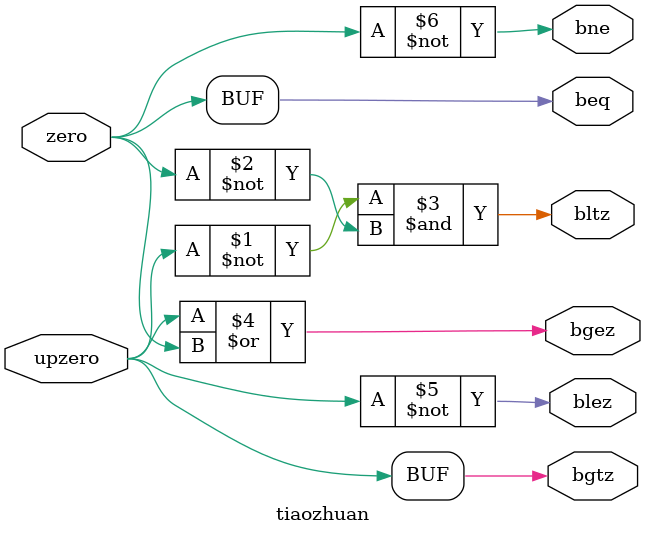
<source format=v>

module top #(parameter WIDTH = 32, REGBITS = 5)();

   reg                 clk;
   reg                 reset;
   wire                memread, memwrite;
   wire    [WIDTH-1:0] adr, writedata;
   wire    [WIDTH-1:0] memdata;

   mips #(WIDTH,REGBITS) dut(clk, reset, memdata, memread, memwrite, adr, writedata);
   exmemory #(WIDTH) exmem(clk, memwrite, adr, writedata, memdata);

   initial
      begin
         reset <= 1; # 22; reset <= 0;
      end

   always
      begin
         clk <= 1; # 5; clk <= 0; # 5;
      end

   always@(negedge clk)
      begin
         if(memread)
            $display("read  %b at address %b",memdata,adr);
         if(memwrite)
            $display("write %b at address %b",writedata,adr);
      end
endmodule

//mem
module exmemory #(parameter WIDTH = 32)
                 (clk, memwrite, adr, writedata, memdata);

   input                  clk;
   input                  memwrite;
   input      [WIDTH-1:0] adr, writedata;
   output reg [WIDTH-1:0] memdata;

   reg  [31:0] RAM [63:0];
   wire [31:0] word;

   initial
      begin
         $readmemh("addu.dat",RAM);
      end

   always @(posedge clk)
      if(memwrite) 
             RAM[adr] <= writedata;

   assign word = RAM[adr];
   always @(*)
         memdata <= word;
    
endmodule


//cpu
module mips #(parameter WIDTH = 32, REGBITS = 5)
             (input              clk, reset, 
              input  [WIDTH-1:0] memdata, 
              output             memread, memwrite,
              output [WIDTH-1:0] adr, writedata);
   

   wire [31:0] instr;
   wire        zero, alusrca, memtoreg, iord, pcen, regwrite, regdst,upzero;
   wire [1:0]  aluop,pcsource,alusrcb;
   wire        irwrite;
   wire [3:0]  alucont;
   wire [2:0]  pccond;

   controller  cont(clk,//in 
                    reset,
                    instr[31:26],
                    zero,
                    pcwritecond2,
                    memread,//out
                    memwrite, 
                    alusrca,
                    memtoreg,
                    iord,
                    pcen,
                    regwrite,
                    regdst,
                    pcsource,
                    pccond,
                    alusrcb,
                    aluop,
                    irwrite);
   alucontrol  ac(aluop,
                  instr[31:26],
                  instr[5:0],
                  alucont);
   datapath    #(WIDTH, REGBITS) 
               dp(clk,
                  reset,
                  memdata,
                  alusrca,
                  memtoreg,
                  iord,
                  pcen,
                  regwrite,
                  regdst,
                  pcsource,
                  alusrcb,
                  irwrite,
                  pccond,
                  alucont,
                  zero,
                  upzero,
                  pcwritecond2,
                  instr,
                  adr,
                  writedata);
endmodule

module controller(input            clk,
                  input            reset, 
                  input      [5:0] op, 
                  input            zero,
                  input            pcwritecond2, 
                  output reg       memread,
                  output reg       memwrite,
                  output reg       alusrca,
                  output reg       memtoreg,
                  output reg       iord, 
                  output           pcen, 
                  output reg       regwrite,
                  output reg       regdst, 
                  output reg [1:0] pcsource,
                  output reg [2:0] pccond,
                  output reg [1:0] alusrcb,
                  output reg [1:0] aluop, 
                  output reg       irwrite);

   parameter   FETCH   =  4'b0001;
   parameter   DECODE  =  4'b0101;
   parameter   MEMADR  =  4'b0110;
   parameter   LWRD    =  4'b0111;
   parameter   LWWR    =  4'b1000;
   parameter   SWWR    =  4'b1001;
   parameter   RTYPEEX =  4'b1010;
   parameter   RTYPEWR =  4'b1011;
   parameter   BEQEX   =  4'b1100;
   parameter   JEX     =  4'b1101;
   parameter   ITYPEEX =  4'b1111;
   parameter   ITYPEWR =  4'b1110;
   parameter   ENDEX   =  4'b0000;
   
   //i-Type
   parameter   LW      =  6'b100011;
   parameter   SW      =  6'b101011;
   parameter   BLTZ    =  6'b000001;
   parameter   BGEZ    =  6'b000001;
   parameter   BLEZ    =  6'b000110;
   parameter   BGTZ    =  6'b000111;
   parameter   BNE     =  6'b000101;
   parameter   ADDI    =  6'b001000;
   parameter   ADDIU   =  6'b001001;
   parameter   ANDI    =  6'b001000;
   parameter   BEQ     =  6'b000100;
   parameter   ORI     =  6'b001101;
   parameter   XORI    =  6'b001110;
   parameter   SLTI    =  6'b001010;
   parameter   SLTIU   =  6'b001011;
   
   //J-Type
   parameter   J       =  6'b000010;
   
   //R-Type
   parameter   RTYPE   =  6'b0;
   parameter   ADD     =  6'b0;
   parameter   ADDU    =  6'b0;
   parameter   SUB     =  6'b0;
   parameter   SUBU    =  6'b0;
   parameter   AND     =  6'b0;
   parameter   OR      =  6'b0;
   parameter   XOR     =  6'b0;
   parameter   SLT     =  6'b0;
   parameter   SLTU    =  6'b0;
   parameter   SLLV    =  6'b0;
   parameter   SRLV    =  6'b0;
   parameter   SRAV    =  6'b0;

   parameter   END     =  6'b111111;
   reg [3:0] state, nextstate;
   reg       pcwrite, pcwritecond;

   //????
   always @(posedge clk)
      if(reset) state <= FETCH;
      else state <= nextstate;


   always @(*)
      begin
         case(state)
            FETCH:  nextstate <= DECODE;
            DECODE:  case(op)
                        END:     nextstate <= ENDEX;
                        LW:      nextstate <= MEMADR;
                        SW:      nextstate <= MEMADR;
                        RTYPE:   nextstate <= RTYPEEX;
                        ADD:     nextstate <= RTYPEEX;
                        ADDU:    nextstate <= RTYPEEX;
                        SUB:     nextstate <= RTYPEEX;
                        SUBU:    nextstate <= RTYPEEX;
                        OR:      nextstate <= RTYPEEX;
                        XOR:     nextstate <= RTYPEEX;
                        SLT:     nextstate <= RTYPEEX;
                        SLTU:    nextstate <= RTYPEEX;
                        SLLV:    nextstate <= RTYPEEX;
                        SRLV:    nextstate <= RTYPEEX;
                        SRAV:    nextstate <= RTYPEEX; 
                        BEQ:     nextstate <= BEQEX;
                        BLTZ:    nextstate <= BEQEX;
                        BGEZ:    nextstate <= BEQEX;
                        BLEZ:    nextstate <= BEQEX;
                        BGTZ:    nextstate <= BEQEX;
                        BNE:     nextstate <= BEQEX;
                        J:       nextstate <= JEX;
                        ADDI:    nextstate <= ITYPEEX;
                        ADDIU:   nextstate <= ITYPEEX;
                        ANDI:    nextstate <= ITYPEEX;
                        ORI:     nextstate <= ITYPEEX;
                        XORI:    nextstate <= ITYPEEX;
                        SLTI:    nextstate <= ITYPEEX;
                        SLTIU:   nextstate <= ITYPEEX;
                        default: nextstate <= FETCH;
                     endcase
            MEMADR:  case(op)
                        LW:      nextstate <= LWRD;
                        SW:      nextstate <= SWWR;
                        default: nextstate <= FETCH;
                     endcase
            LWRD:    nextstate <= LWWR;
            LWWR:    nextstate <= FETCH;
            SWWR:    nextstate <= FETCH;
            RTYPEEX: nextstate <= RTYPEWR;
            RTYPEWR: nextstate <= FETCH;
            ITYPEEX: nextstate <= ITYPEWR;
            ITYPEWR: nextstate <= FETCH;
            BEQEX:   nextstate <= FETCH;
            JEX:     nextstate <= FETCH;
            ENDEX:   $display("programe over");
            default: nextstate <= FETCH;
         endcase
      end
   
  
   always @(*)
      begin
            irwrite <= 0;
            pcwrite <= 0; pcwritecond <= 0;
            regwrite <= 0; regdst <= 0;
            memread <= 0; memwrite <= 0;
            alusrca <= 0; alusrcb <= 2'b00; aluop <= 2'b00;
            pcsource <= 2'b00;
            iord <= 0; memtoreg <= 0;            
            
            case(state)
               FETCH:
                  begin
                     memread <= 1; 
                     irwrite <= 1; 
                     alusrcb <= 2'b01; 
                     pcwrite <= 1;
                  end
               DECODE: alusrcb <= 2'b01;
               MEMADR:
                  begin
                     alusrca <= 1;
                     alusrcb <= 2'b11;
                  end
               LWRD:
                  begin
                     memread <= 1;
                     iord    <= 1;
                  end
               LWWR:
                  begin
                     regwrite <= 1;
                     memtoreg <= 1;
                  end
               SWWR:
                  begin
                     memwrite <= 1;
                     iord     <= 1;
                  end
               RTYPEEX:
                  begin
                     alusrca <= 1;
                     aluop   <= 2'b10;
                  end
               RTYPEWR:
                  begin
                     regdst   <= 1;
                     regwrite <= 1;
                  end
               ITYPEEX:
                  begin
                     alusrca <= 1;
                     alusrcb <= 2'b11;
                     aluop   <= 2'b11;
                  end 
               ITYPEWR:
                  begin
                     regdst   <= 0;
                     regwrite <= 1;
                  end   
               BEQEX:
                  begin
                     alusrca     <= 1;
                     aluop       <= 2'b01;
                     case(op)
                        BLTZ: pccond <= 3'b000;
                        BGEZ: pccond <= 3'b001;
                        BLEZ: pccond <= 3'b010;
                        BGTZ: pccond <= 3'b011;
                        BNE:  pccond <= 3'b100;
                        BEQ:  pccond <= 3'b101;
                     endcase
                     pcwritecond <= 1;
                     pcsource    <= 2'b01;
                  end  
               JEX:
                  begin
                     pcwrite  <= 1;
                     pcsource <= 2'b10;
                  end
         endcase
      end
   assign pcen = pcwrite | (pcwritecond & pcwritecond2); //     
endmodule

module alucontrol(input      [1:0] aluop, 
                  input      [5:0] op,
                  input      [5:0] funct, 
                  output reg [3:0] alucont);

   always @(*)
      case(aluop)
         2'b00: alucont <= 4'b1011;
         2'b01: alucont <= 4'b0111;
         2'b11: case(op)
                     6'b001000: alucont <= 4'b1011;//addi
                     6'b001001: alucont <= 4'b0110;//sltiu
                     6'b001100: alucont <= 4'b0000;//andi
                     6'b001101: alucont <= 4'b0001;//ori
                     6'b001110: alucont <= 4'b0010;//xori
                     6'b001010: alucont <= 4'b1000;//slti
                     6'b001011: alucont <= 4'b0100;//addiu
                     default:   alucont <= 4'b1111;
                endcase     
         2'b10: case(funct)       // R-Type instructions
                     6'b100000: alucont <= 4'b1011;//
                     6'b100001: alucont <= 4'b0100;
                     6'b100010: alucont <= 4'b0111;
                     6'b100011: alucont <= 4'b0101;
                     6'b100100: alucont <= 4'b0000;
                     6'b100101: alucont <= 4'b0001;
                     6'b100110: alucont <= 4'b0010;
                     6'b100111: alucont <= 4'b0011;
                     6'b101010: alucont <= 4'b1000;
                     6'b101011: alucont <= 4'b0110;
                     6'b000111: alucont <= 4'b1100;//srav
                     6'b000100: alucont <= 4'b1001;//sllv
                     6'b000110: alucont <= 4'b1010;//srlv
                     default:   alucont <= 4'b1111;
                  endcase
      endcase
endmodule

module datapath #(parameter WIDTH = 32, REGBITS = 5)
                 (input              clk,
                  input              reset, 
                  input  [WIDTH-1:0] memdata, 
                  input              alusrca,
                  input              memtoreg, 
                  input              iord,
                  input              pcen,
                  input              regwrite,
                  input              regdst,
                  input  [1:0]       pcsource,
                  input  [1:0]       alusrcb,
                  input              irwrite,
                  input  [2:0]       pccond, 
                  input  [3:0]       alucont, 
                  output             zero,
                  output             upzero,
                  output             pcwritecond2,
                  output [31:0]      instr, 
                  output [WIDTH-1:0] adr,
                  output [WIDTH-1:0] writedata);

   parameter CONST_ZERO =  32'b0;
   parameter CONST_ONE  =  32'b1;

   wire [REGBITS-1:0] ra1, ra2, wa;
   wire [WIDTH-1:0]   pc, nextpc, md, rd1, rd2, wd, a, src1, src2, aluresult, aluout, JUMP_ADR, BEQ_ADR, extend;
   wire               beg,bne,bltz,bgez,blez,bgtz;
   
   assign ra1 = instr[REGBITS+20:21];
   assign ra2 = instr[REGBITS+15:16];
   mux2       #(REGBITS) regmux(instr[REGBITS+15:16], instr[REGBITS+10:11], regdst, wa);
   flopen     #(WIDTH)      ir0(clk, irwrite, memdata[31:0], instr[31:0]);
   extend     #(WIDTH) extend16(instr[15:0],extend);
   assign JUMP_ADR = {6'b000000,instr[25:0]};
   assign BEQ_ADR  = {16'b0000000000000000,instr[15:0]};
   // datapath
   flopenr    #(WIDTH)  pcreg(clk, reset, pcen, nextpc, pc);
   flop       #(WIDTH)  mdr(clk, memdata, md);
   flop       #(WIDTH)  areg(clk, rd1, a);  
   flop       #(WIDTH)  wrd(clk, rd2, writedata);
   flop       #(WIDTH)  res(clk, aluresult, aluout);
   mux2       #(WIDTH)  adrmux(pc, aluout, iord, adr);
   mux2       #(WIDTH)  src1mux(pc, a, alusrca, src1);
   mux4       #(WIDTH)  src2mux(writedata, CONST_ONE, instr[WIDTH-1:0], extend, alusrcb, src2);
   mux4       #(WIDTH)  pcmux(aluresult, BEQ_ADR, JUMP_ADR, CONST_ZERO, pcsource, nextpc);
   mux2       #(WIDTH)  wdmux(aluout, md, memtoreg, wd);
   regfile    #(WIDTH,REGBITS) rf(clk, regwrite, ra1, ra2, wa, wd, rd1, rd2);
   alu        #(WIDTH) alunit(src1, src2, alucont, aluresult);
   zerodetect #(WIDTH) zd(aluresult, zero);
   updetect   #(WIDTH) aaa(aluresult, upzero);
   tiaozhuan  #(WIDTH) bbb(zero,upzero,beq,bne,bltz,bgez,blez,bgtz);
   mux6       #(WIDTH) ddd(bltz,bgez,blez,bgtz,bne,beq, pccond, pcwritecond2);
   
endmodule 

module alu #(parameter WIDTH = 32)
            (input      [WIDTH-1:0] a, b, 
             input      [3:0]       alucont, 
             output reg [WIDTH-1:0] result);

   wire     [WIDTH-1:0] sra;
   parameter temp = 32'b1;
   assign sra = a[WIDTH-1] ? ((a>>b)+(~(temp>>b))):(a>>b);
   always@(*)
      case(alucont[3:0])
         4'b0000: result <= a & b;//and
         4'b0001: result <= a | b;//or
         4'b0010: result <= ~(a&b)&(a|b);//xor
         4'b0011: result <= (~a)&(~b);//nor
         4'b0100: result <= a + b;//addu
         4'b0101: result <= a - b;//subu
         4'b0110: result <= (a > b) ? 1:0;//sltu
         4'b0111: result <= $signed(a) - $signed(b);//sub
         4'b1000: result <= ($signed(a) > $signed(b)) ? 1:0;//slt
         4'b1001: result <= a << b;//sll
         4'b1010: result <= a >> b;//srl
         4'b1100: result <= sra;//sra
         4'b1011: result <= $signed(a) + $signed(b);//add
      endcase
endmodule

module regfile #(parameter WIDTH = 32, REGBITS = 5)
                (input                clk, 
                 input                regwrite, 
                 input  [REGBITS-1:0] ra1, ra2, wa, 
                 input  [WIDTH-1:0]   wd, 
                 output [WIDTH-1:0]   rd1, rd2);
                 
   reg  [WIDTH-1:0] RAM [(1<<REGBITS)-1:0];//The definition of a register
   
   always @(posedge clk)
      if (regwrite) RAM[wa] <= wd;	
   
   initial
      RAM[5'b0] = 32'b00000000000000000000000000000000;//Number 0 reg is const zero...
   
   assign rd1 = ra1 ? RAM[ra1] : 0;
   assign rd2 = ra2 ? RAM[ra2] : 0;
endmodule

module zerodetect #(parameter WIDTH = 32)
                   (input [WIDTH-1:0] a, 
                    output            y);

   assign y = (a==0);
endmodule	

module updetect #(parameter WIDTH = 32)
                   (input [WIDTH-1:0] a, 
                    output            y);

   assign y = (a>0);
endmodule

module flop #(parameter WIDTH = 32)
             (input                  clk, 
              input      [WIDTH-1:0] d, 
              output reg [WIDTH-1:0] q);

   always @(posedge clk)
      q <= d;
endmodule

module flopen #(parameter WIDTH = 32)
               (input                  clk, en,
                input      [WIDTH-1:0] d, 
                output reg [WIDTH-1:0] q);

   always @(posedge clk)
      if (en) q <= d;
endmodule

module flopenr #(parameter WIDTH = 32)
                (input                  clk, reset, en,
                 input      [WIDTH-1:0] d, 
                 output reg [WIDTH-1:0] q);
 
   always @(posedge clk)
      if      (reset) q <= 0;
      else if (en)    q <= d;
endmodule

module mux2 #(parameter WIDTH = 32)
             (input  [WIDTH-1:0] d0, d1, 
              input              s, 
              output [WIDTH-1:0] y);

   assign y = s ? d1 : d0; 
endmodule

module mux4 #(parameter WIDTH = 32)
             (input      [WIDTH-1:0] d0, d1, d2, d3,
              input      [1:0]       s, 
              output reg [WIDTH-1:0] y);

   always @(*)
      case(s)
         2'b00: y <= d0;
         2'b01: y <= d1;
         2'b10: y <= d2;
         2'b11: y <= d3;
      endcase
endmodule

module mux6 #(parameter WIDTH = 32)
             (input                  d0, d1, d2, d3, d4, d5,
              input      [2:0]       s, 
              output reg             y);

   always @(*)
      case(s)
         3'b000: y <= d0;
         3'b001: y <= d1;
         3'b010: y <= d2;
         3'b011: y <= d3;
         3'b100: y <= d4;
         3'b101: y <= d5;
      endcase
endmodule

module extend #(parameter WIDTH=32)
             (input [15:0]a,
              output [WIDTH-1:0]extend);
   assign extend = {16'b0,a[15:0]};
endmodule

module tiaozhuan #(parameter WIDTH = 32)
                  (input zero,upzero,
                   output beq,bne,bltz,bgez,blez,bgtz);
     assign beq  = zero;
     assign bltz = ~upzero & (~zero);
     assign bgez = upzero | zero;
     assign blez = ~upzero;
     assign bgtz = upzero;
     assign bne =  ~zero;
endmodule//

</source>
